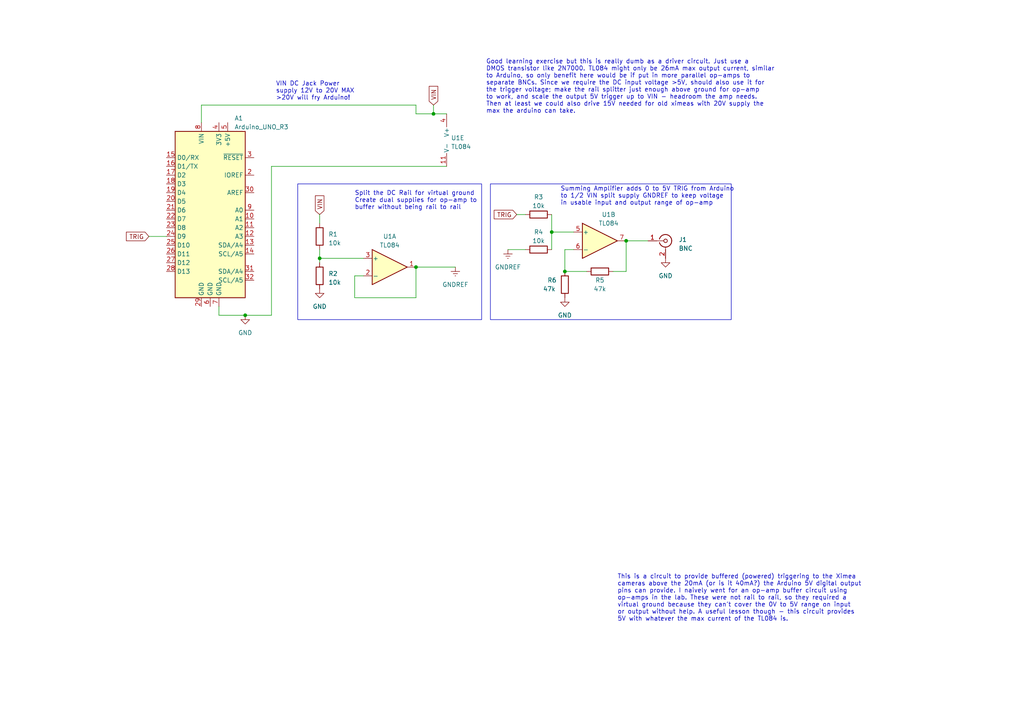
<source format=kicad_sch>
(kicad_sch (version 20230121) (generator eeschema)
  (paper "A4")
  (lib_symbols
    (symbol "Amplifier_Operational:TL084" (pin_names (offset 0.127))
      (property "Reference" "U" (at 0 5.08 0))
      (property "Value" "TL084" (at 0 -5.08 0))
      (symbol "TL084_1_1"
        (polyline (pts (xy -5.08 5.08) (xy 5.08 0) (xy -5.08 -5.08) (xy -5.08 5.08)) (stroke (width 0.254)) (fill (type background)))
        (pin output line (at 7.62 0 180) (length 2.54) (name "~") (number "1"))
        (pin input line (at -7.62 -2.54 0) (length 2.54) (name "-") (number "2"))
        (pin input line (at -7.62 2.54 0) (length 2.54) (name "+") (number "3"))
      )
      (symbol "TL084_2_1"
        (polyline (pts (xy -5.08 5.08) (xy 5.08 0) (xy -5.08 -5.08) (xy -5.08 5.08)) (stroke (width 0.254)) (fill (type background)))
        (pin input line (at -7.62 2.54 0) (length 2.54) (name "+") (number "5"))
        (pin input line (at -7.62 -2.54 0) (length 2.54) (name "-") (number "6"))
        (pin output line (at 7.62 0 180) (length 2.54) (name "~") (number "7"))
      )
      (symbol "TL084_3_1"
        (polyline (pts (xy -5.08 5.08) (xy 5.08 0) (xy -5.08 -5.08) (xy -5.08 5.08)) (stroke (width 0.254)) (fill (type background)))
        (pin input line (at -7.62 2.54 0) (length 2.54) (name "+") (number "10"))
        (pin output line (at 7.62 0 180) (length 2.54) (name "~") (number "8"))
        (pin input line (at -7.62 -2.54 0) (length 2.54) (name "-") (number "9"))
      )
      (symbol "TL084_4_1"
        (polyline (pts (xy -5.08 5.08) (xy 5.08 0) (xy -5.08 -5.08) (xy -5.08 5.08)) (stroke (width 0.254)) (fill (type background)))
        (pin input line (at -7.62 2.54 0) (length 2.54) (name "+") (number "12"))
        (pin input line (at -7.62 -2.54 0) (length 2.54) (name "-") (number "13"))
        (pin output line (at 7.62 0 180) (length 2.54) (name "~") (number "14"))
      )
      (symbol "TL084_5_1"
        (pin power_in line (at -2.54 -7.62 90) (length 3.81) (name "V-") (number "11"))
        (pin power_in line (at -2.54 7.62 270) (length 3.81) (name "V+") (number "4"))
      )
    )
    (symbol "Connector:Conn_Coaxial" (pin_names (offset 1.016) hide)
      (property "Reference" "J" (at 0.254 3.048 0))
      (property "Value" "Conn_Coaxial" (at 2.921 0 90))
      (symbol "Conn_Coaxial_0_1"
        (arc (start -1.778 -0.508) (mid 0.2311 -1.8066) (end 1.778 0) (stroke (width 0.254)))
        (polyline (pts (xy -2.54 0) (xy -0.508 0)))
        (polyline (pts (xy 0 -2.54) (xy 0 -1.778)))
        (circle (center 0 0) (radius 0.508) (stroke (width 0.2032)))
        (arc (start 1.778 0) (mid 0.2099 1.8101) (end -1.778 0.508) (stroke (width 0.254)))
      )
      (symbol "Conn_Coaxial_1_1"
        (pin passive line (at -5.08 0 0) (length 2.54) (name "In") (number "1"))
        (pin passive line (at 0 -5.08 90) (length 2.54) (name "Ext") (number "2"))
      )
    )
    (symbol "Device:R" (pin_numbers hide) (pin_names (offset 0))
      (property "Reference" "R" (at 2.032 0 90))
      (property "Value" "R" (at 0 0 90))
      (symbol "R_0_1"
        (rectangle (start -1.016 -2.54) (end 1.016 2.54) (stroke (width 0.254)))
      )
      (symbol "R_1_1"
        (pin passive line (at 0 3.81 270) (length 1.27) (name "~") (number "1"))
        (pin passive line (at 0 -3.81 90) (length 1.27) (name "~") (number "2"))
      )
    )
    (symbol "MCU_Module:Arduino_UNO_R3"
      (property "Reference" "A" (at -10.16 23.495 0))
      (property "Value" "Arduino_UNO_R3" (at 5.08 -26.67 0))
      (symbol "Arduino_UNO_R3_0_1"
        (rectangle (start -10.16 22.86) (end 10.16 -25.4) (stroke (width 0.254)) (fill (type background)))
      )
      (symbol "Arduino_UNO_R3_1_1"
        (pin no_connect line (at -10.16 -20.32 0) (length 2.54) hide (name "NC") (number "1"))
        (pin bidirectional line (at 12.7 -2.54 180) (length 2.54) (name "A1") (number "10"))
        (pin bidirectional line (at 12.7 -5.08 180) (length 2.54) (name "A2") (number "11"))
        (pin bidirectional line (at 12.7 -7.62 180) (length 2.54) (name "A3") (number "12"))
        (pin bidirectional line (at 12.7 -10.16 180) (length 2.54) (name "SDA/A4") (number "13"))
        (pin bidirectional line (at 12.7 -12.7 180) (length 2.54) (name "SCL/A5") (number "14"))
        (pin bidirectional line (at -12.7 15.24 0) (length 2.54) (name "D0/RX") (number "15"))
        (pin bidirectional line (at -12.7 12.7 0) (length 2.54) (name "D1/TX") (number "16"))
        (pin bidirectional line (at -12.7 10.16 0) (length 2.54) (name "D2") (number "17"))
        (pin bidirectional line (at -12.7 7.62 0) (length 2.54) (name "D3") (number "18"))
        (pin bidirectional line (at -12.7 5.08 0) (length 2.54) (name "D4") (number "19"))
        (pin output line (at 12.7 10.16 180) (length 2.54) (name "IOREF") (number "2"))
        (pin bidirectional line (at -12.7 2.54 0) (length 2.54) (name "D5") (number "20"))
        (pin bidirectional line (at -12.7 0 0) (length 2.54) (name "D6") (number "21"))
        (pin bidirectional line (at -12.7 -2.54 0) (length 2.54) (name "D7") (number "22"))
        (pin bidirectional line (at -12.7 -5.08 0) (length 2.54) (name "D8") (number "23"))
        (pin bidirectional line (at -12.7 -7.62 0) (length 2.54) (name "D9") (number "24"))
        (pin bidirectional line (at -12.7 -10.16 0) (length 2.54) (name "D10") (number "25"))
        (pin bidirectional line (at -12.7 -12.7 0) (length 2.54) (name "D11") (number "26"))
        (pin bidirectional line (at -12.7 -15.24 0) (length 2.54) (name "D12") (number "27"))
        (pin bidirectional line (at -12.7 -17.78 0) (length 2.54) (name "D13") (number "28"))
        (pin power_in line (at -2.54 -27.94 90) (length 2.54) (name "GND") (number "29"))
        (pin input line (at 12.7 15.24 180) (length 2.54) (name "~{RESET}") (number "3"))
        (pin input line (at 12.7 5.08 180) (length 2.54) (name "AREF") (number "30"))
        (pin bidirectional line (at 12.7 -17.78 180) (length 2.54) (name "SDA/A4") (number "31"))
        (pin bidirectional line (at 12.7 -20.32 180) (length 2.54) (name "SCL/A5") (number "32"))
        (pin power_out line (at 2.54 25.4 270) (length 2.54) (name "3V3") (number "4"))
        (pin power_out line (at 5.08 25.4 270) (length 2.54) (name "+5V") (number "5"))
        (pin power_in line (at 0 -27.94 90) (length 2.54) (name "GND") (number "6"))
        (pin power_in line (at 2.54 -27.94 90) (length 2.54) (name "GND") (number "7"))
        (pin power_in line (at -2.54 25.4 270) (length 2.54) (name "VIN") (number "8"))
        (pin bidirectional line (at 12.7 0 180) (length 2.54) (name "A0") (number "9"))
      )
    )
    (symbol "power:GND" (power) (pin_names (offset 0))
      (property "Value" "GND" (at 0 -3.81 0))
      (symbol "GND_0_1"
        (polyline (pts (xy 0 0) (xy 0 -1.27) (xy 1.27 -1.27) (xy 0 -2.54) (xy -1.27 -1.27) (xy 0 -1.27)))
      )
      (symbol "GND_1_1"
        (pin power_in line (at 0 0 270) (length 0) hide (name "GND") (number "1"))
      )
    )
    (symbol "power:GNDREF" (power) (pin_names (offset 0))
      (property "Value" "GNDREF" (at 0 -3.81 0))
      (symbol "GNDREF_0_1"
        (polyline (pts (xy -0.635 -1.905) (xy 0.635 -1.905)))
        (polyline (pts (xy -0.127 -2.54) (xy 0.127 -2.54)))
        (polyline (pts (xy 0 -1.27) (xy 0 0)))
        (polyline (pts (xy 1.27 -1.27) (xy -1.27 -1.27)))
      )
      (symbol "GNDREF_1_1"
        (pin power_in line (at 0 0 270) (length 0) hide (name "GNDREF") (number "1"))
      )
    )
  )
  (junction (at 181.61 69.85))
  (junction (at 163.83 78.74))
  (junction (at 160.02 67.31))
  (junction (at 120.65 77.47))
  (junction (at 125.73 33.02))
  (junction (at 92.71 74.93))
  (junction (at 71.12 91.44))
  (wire (pts (xy 102.87 80.01) (xy 102.87 86.36)))
  (wire (pts (xy 120.65 33.02) (xy 125.73 33.02)))
  (wire (pts (xy 71.12 91.44) (xy 63.5 91.44)))
  (wire (pts (xy 163.83 72.39) (xy 163.83 78.74)))
  (wire (pts (xy 102.87 86.36) (xy 120.65 86.36)))
  (wire (pts (xy 181.61 69.85) (xy 187.96 69.85)))
  (wire (pts (xy 160.02 67.31) (xy 160.02 72.39)))
  (wire (pts (xy 125.73 33.02) (xy 129.54 33.02)))
  (wire (pts (xy 181.61 78.74) (xy 181.61 69.85)))
  (wire (pts (xy 92.71 74.93) (xy 92.71 76.2)))
  (wire (pts (xy 58.42 30.48) (xy 120.65 30.48)))
  (wire (pts (xy 120.65 86.36) (xy 120.65 77.47)))
  (wire (pts (xy 78.74 91.44) (xy 71.12 91.44)))
  (wire (pts (xy 92.71 72.39) (xy 92.71 74.93)))
  (wire (pts (xy 105.41 80.01) (xy 102.87 80.01)))
  (wire (pts (xy 63.5 91.44) (xy 63.5 88.9)))
  (wire (pts (xy 160.02 62.23) (xy 160.02 67.31)))
  (wire (pts (xy 78.74 48.26) (xy 78.74 91.44)))
  (wire (pts (xy 125.73 30.48) (xy 125.73 33.02)))
  (wire (pts (xy 58.42 35.56) (xy 58.42 30.48)))
  (wire (pts (xy 177.8 78.74) (xy 181.61 78.74)))
  (wire (pts (xy 147.32 72.39) (xy 152.4 72.39)))
  (wire (pts (xy 43.18 68.58) (xy 48.26 68.58)))
  (wire (pts (xy 105.41 74.93) (xy 92.71 74.93)))
  (wire (pts (xy 149.86 62.23) (xy 152.4 62.23)))
  (wire (pts (xy 92.71 62.23) (xy 92.71 64.77)))
  (wire (pts (xy 120.65 30.48) (xy 120.65 33.02)))
  (wire (pts (xy 160.02 67.31) (xy 166.37 67.31)))
  (wire (pts (xy 163.83 78.74) (xy 170.18 78.74)))
  (wire (pts (xy 166.37 72.39) (xy 163.83 72.39)))
  (wire (pts (xy 120.65 77.47) (xy 132.08 77.47)))
  (wire (pts (xy 129.54 48.26) (xy 78.74 48.26)))
  (rectangle (start 86.36 53.34) (end 139.7 92.71))
  (rectangle (start 142.24 53.34) (end 212.09 92.71))
  (text "Split the DC Rail for virtual ground\nCreate dual supplies for op-amp to\nbuffer without being rail to rail" (at 102.87 60.96 0) (effects (font (size 1.27 1.27)) (justify left bottom)))
  (text "Good learning exercise but this is really dumb as a driver circuit. Just use a\nDMOS transistor like 2N7000. TL084 might only be 26mA max output current, similar\nto Arduino, so only benefit here would be if put in more parallel op-amps to\nseparate BNCs. Since we require the DC input voltage >5V, should also use it for\nthe trigger voltage; make the rail splitter just enough above ground for op-amp\nto work, and scale the output 5V trigger up to VIN - headroom the amp needs. \nThen at least we could also drive 15V needed for old ximeas with 20V supply the\nmax the arduino can take." (at 140.97 33.02 0) (effects (font (size 1.27 1.27)) (justify left bottom)))
  (text "VIN DC Jack Power \nsupply 12V to 20V MAX\n>20V will fry Arduino!" (at 80.01 29.21 0) (effects (font (size 1.27 1.27)) (justify left bottom)))
  (text "This is a circuit to provide buffered (powered) triggering to the Ximea\ncameras above the 20mA (or is it 40mA?) the Arduino 5V digital output\npins can provide. I naively went for an op-amp buffer circuit using\nop-amps in the lab. These were not rail to rail, so they required a\nvirtual ground because they can't cover the 0V to 5V range on input \nor output without help. A useful lesson though - this circuit provides\n5V with whatever the max current of the TL084 is." (at 179.07 180.34 0) (effects (font (size 1.27 1.27)) (justify left bottom)))
  (text "Summing Amplifier adds 0 to 5V TRIG from Arduino\nto 1/2 VIN split supply GNDREF to keep voltage\nin usable input and output range of op-amp" (at 162.56 59.69 0) (effects (font (size 1.27 1.27)) (justify left bottom)))
  (global_label "TRIG" (shape input) (at 149.86 62.23 180) (property "Intersheetrefs" "${INTERSHEET_REFS}" (effects hide)))
  (global_label "VIN" (shape input) (at 92.71 62.23 90) (property "Intersheetrefs" "${INTERSHEET_REFS}" (effects hide)))
  (global_label "VIN" (shape input) (at 125.73 30.48 90) (property "Intersheetrefs" "${INTERSHEET_REFS}" (effects hide)))
  (global_label "TRIG" (shape input) (at 43.18 68.58 180) (property "Intersheetrefs" "${INTERSHEET_REFS}" (effects hide)))
  (symbol (lib_id "power:GNDREF") (at 147.32 72.39 0) (unit 1)
    (property "Reference" "#PWR04" (effects hide))
    (property "Value" "VIN/2" (at 147.32 77.47 0))
  )
  (symbol (lib_id "power:GNDREF") (at 132.08 77.47 0) (unit 1)
    (property "Reference" "#PWR03" (effects hide))
    (property "Value" "VIN/2" (at 132.08 82.55 0))
  )
  (symbol (lib_id "power:GND") (at 163.83 86.36 0) (unit 1)
    (property "Reference" "#PWR05" (effects hide))
    (property "Value" "GND" (at 163.83 91.44 0))
  )
  (symbol (lib_id "Amplifier_Operational:TL084") (at 132.08 40.64 0) (unit 5)
    (property "Reference" "U1" (at 130.81 40.005 0) (effects (justify left)))
    (property "Value" "TL084" (at 130.81 42.545 0) (effects (justify left)))
    (property "Datasheet" "http://www.ti.com/lit/ds/symlink/tl081.pdf" (effects hide))
  )
  (symbol (lib_id "Amplifier_Operational:TL084") (at 173.99 69.85 0) (unit 2)
    (property "Reference" "U1" (at 176.53 62.23 0))
    (property "Value" "TL084" (at 176.53 64.77 0))
    (property "Datasheet" "http://www.ti.com/lit/ds/symlink/tl081.pdf" (effects hide))
  )
  (symbol (lib_id "Device:R") (at 173.99 78.74 90) (unit 1)
    (property "Reference" "R5" (at 173.99 81.28 90))
    (property "Value" "47k" (at 173.99 83.82 90))
  )
  (symbol (lib_id "Device:R") (at 156.21 62.23 90) (unit 1)
    (property "Reference" "R3" (at 156.21 57.15 90))
    (property "Value" "10k" (at 156.21 59.69 90))
  )
  (symbol (lib_id "Device:R") (at 92.71 68.58 0) (unit 1)
    (property "Reference" "R1" (at 95.25 67.945 0) (effects (justify left)))
    (property "Value" "10k" (at 95.25 70.485 0) (effects (justify left)))
  )
  (symbol (lib_id "MCU_Module:Arduino_UNO_R3") (at 60.96 60.96 0) (unit 1)
    (property "Reference" "A1" (at 67.9959 34.29 0) (effects (justify left)))
    (property "Value" "Arduino_UNO_R3" (at 67.9959 36.83 0) (effects (justify left)))
    (property "Footprint" "Module:Arduino_UNO_R3" (effects hide))
    (property "Datasheet" "https://www.arduino.cc/en/Main/arduinoBoardUno" (effects hide))
  )
  (symbol (lib_id "Device:R") (at 156.21 72.39 90) (unit 1)
    (property "Reference" "R4" (at 156.21 67.31 90))
    (property "Value" "10k" (at 156.21 69.85 90))
  )
  (symbol (lib_id "Device:R") (at 92.71 80.01 0) (unit 1)
    (property "Reference" "R2" (at 95.25 79.375 0) (effects (justify left)))
    (property "Value" "10k" (at 95.25 81.915 0) (effects (justify left)))
  )
  (symbol (lib_id "Connector:Conn_Coaxial") (at 193.04 69.85 0) (unit 1)
    (property "Reference" "J1" (at 196.85 69.5082 0) (effects (justify left)))
    (property "Value" "BNC" (at 196.85 72.0482 0) (effects (justify left)))
    (property "Datasheet" " ~" (effects hide))
  )
  (symbol (lib_id "power:GND") (at 71.12 91.44 0) (unit 1)
    (property "Reference" "#PWR01" (effects hide))
    (property "Value" "GND" (at 71.12 96.52 0))
  )
  (symbol (lib_id "power:GND") (at 92.71 83.82 0) (unit 1)
    (property "Reference" "#PWR02" (effects hide))
    (property "Value" "GND" (at 92.71 88.9 0))
  )
  (symbol (lib_id "Amplifier_Operational:TL084") (at 113.03 77.47 0) (unit 1)
    (property "Reference" "U1" (at 113.03 68.58 0))
    (property "Value" "TL084" (at 113.03 71.12 0))
    (property "Datasheet" "http://www.ti.com/lit/ds/symlink/tl081.pdf" (effects hide))
  )
  (symbol (lib_id "power:GND") (at 193.04 74.93 0) (unit 1)
    (property "Reference" "#PWR06" (effects hide))
    (property "Value" "GND" (at 193.04 80.01 0))
  )
  (symbol (lib_id "Device:R") (at 163.83 82.55 0) (unit 1)
    (property "Reference" "R6" (at 158.75 81.28 0) (effects (justify left)))
    (property "Value" "47k" (at 157.48 83.82 0) (effects (justify left)))
  )
)
</source>
